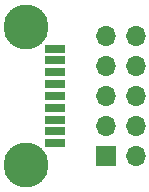
<source format=gts>
G04 #@! TF.GenerationSoftware,KiCad,Pcbnew,7.0.0-da2b9df05c~163~ubuntu22.04.1*
G04 #@! TF.CreationDate,2023-02-19T21:10:27+00:00*
G04 #@! TF.ProjectId,simpleadapter,73696d70-6c65-4616-9461-707465722e6b,rev?*
G04 #@! TF.SameCoordinates,Original*
G04 #@! TF.FileFunction,Soldermask,Top*
G04 #@! TF.FilePolarity,Negative*
%FSLAX46Y46*%
G04 Gerber Fmt 4.6, Leading zero omitted, Abs format (unit mm)*
G04 Created by KiCad (PCBNEW 7.0.0-da2b9df05c~163~ubuntu22.04.1) date 2023-02-19 21:10:27*
%MOMM*%
%LPD*%
G01*
G04 APERTURE LIST*
%ADD10C,0.001000*%
%ADD11R,1.800000X0.700000*%
%ADD12C,3.800000*%
%ADD13R,1.700000X1.700000*%
%ADD14O,1.700000X1.700000*%
G04 APERTURE END LIST*
D10*
X149177000Y-91984000D03*
X149177000Y-96484000D03*
D11*
X151626999Y-97233999D03*
X151626999Y-95233999D03*
X151626999Y-93233999D03*
X151626999Y-91233999D03*
X151626999Y-90233999D03*
X151626999Y-92233999D03*
X151626999Y-94233999D03*
X151626999Y-96233999D03*
X151626999Y-98233999D03*
D12*
X149177000Y-88384000D03*
X149177000Y-100084000D03*
D13*
X155955999Y-99313999D03*
D14*
X158495999Y-99313999D03*
X155955999Y-96773999D03*
X158495999Y-96773999D03*
X155955999Y-94233999D03*
X158495999Y-94233999D03*
X155955999Y-91693999D03*
X158495999Y-91693999D03*
X155955999Y-89153999D03*
X158495999Y-89153999D03*
M02*

</source>
